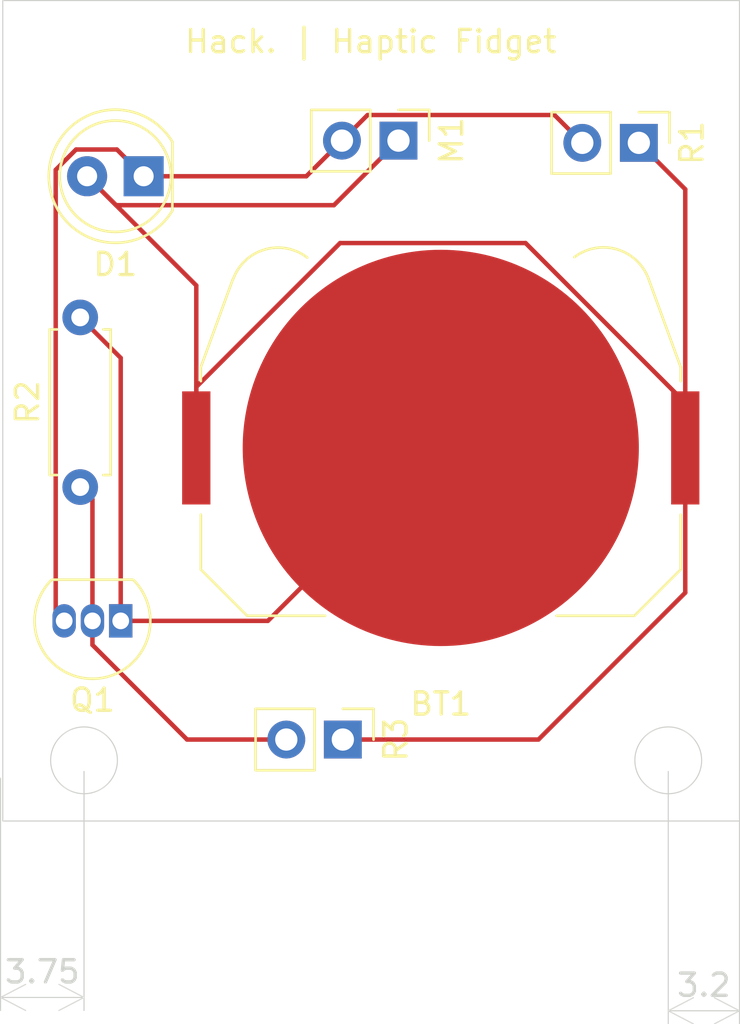
<source format=kicad_pcb>
(kicad_pcb (version 20241229) (generator "pcbnew") (generator_version "9.0")
  (layers (0 "F.Cu" signal) (2 "B.Cu" signal) (13 "F.Paste" user) (15 "B.Paste" user) (5 "F.SilkS" user "F.Silkscreen") (7 "B.SilkS" user "B.Silkscreen") (1 "F.Mask" user) (3 "B.Mask" user) (25 "Edge.Cuts" user))
  (net 0 "")
  (net 1 "Net-(BT1--)")
  (net 2 "Net-(BT1-+)")
  (net 3 "Net-(Q1-B)")
  (net 4 "Net-(D1-K)")
  (footprint "Connector_PinHeader_2.54mm:PinHeader_1x02_P2.54mm_Vertical" (layer "F.Cu") (at 71.779037 73.316417 -90)
    (property "Reference" "R3" (at 0 -2.38 90) (layer "F.SilkS"))
    (property "Value" "Pressure Variable Resistor")
    (fp_line (start -1.38 3.92) (end 1.38 3.92) (stroke (width 0.12)) (layer "F.SilkS"))
    (fp_line (start -1.38 1.27) (end -1.38 3.92) (stroke (width 0.12)) (layer "F.SilkS"))
    (fp_line (start -1.38 1.27) (end 1.38 1.27) (stroke (width 0.12)) (layer "F.SilkS"))
    (fp_line (start 1.38 1.27) (end 1.38 3.92) (stroke (width 0.12)) (layer "F.SilkS"))
    (fp_line (start -1.38 0) (end -1.38 -1.38) (stroke (width 0.12)) (layer "F.SilkS"))
    (fp_line (start -1.38 -1.38) (end 0 -1.38) (stroke (width 0.12)) (layer "F.SilkS"))
    (pad "1" thru_hole rect (at 0 0 270) (size 1.7 1.7) (drill 1) (layers "*.Cu" "*.Mask") (net 2 "Net-(BT1-+)"))
    (pad "2" thru_hole circle (at 0 2.54 270) (size 1.7 1.7) (drill 1) (layers "*.Cu" "*.Mask") (net 3 "Net-(Q1-B)"))
  )
  (footprint "Connector_PinHeader_2.54mm:PinHeader_1x02_P2.54mm_Vertical" (layer "F.Cu") (at 74.279037 46.416417 -90)
    (property "Reference" "M1" (at 0 -2.38 90) (layer "F.SilkS"))
    (property "Value" "Motor_DC")
    (fp_line (start -1.38 3.92) (end 1.38 3.92) (stroke (width 0.12)) (layer "F.SilkS"))
    (fp_line (start -1.38 1.27) (end -1.38 3.92) (stroke (width 0.12)) (layer "F.SilkS"))
    (fp_line (start -1.38 1.27) (end 1.38 1.27) (stroke (width 0.12)) (layer "F.SilkS"))
    (fp_line (start 1.38 1.27) (end 1.38 3.92) (stroke (width 0.12)) (layer "F.SilkS"))
    (fp_line (start -1.38 0) (end -1.38 -1.38) (stroke (width 0.12)) (layer "F.SilkS"))
    (fp_line (start -1.38 -1.38) (end 0 -1.38) (stroke (width 0.12)) (layer "F.SilkS"))
    (pad "1" thru_hole rect (at 0 0 270) (size 1.7 1.7) (drill 1) (layers "*.Cu" "*.Mask") (net 2 "Net-(BT1-+)"))
    (pad "2" thru_hole circle (at 0 2.54 270) (size 1.7 1.7) (drill 1) (layers "*.Cu" "*.Mask") (net 4 "Net-(D1-K)"))
  )
  (footprint "Package_TO_SOT_THT:TO-92_Inline" (layer "F.Cu") (at 61.799037 67.986417 180)
    (property "Reference" "Q1" (at 1.27 -3.56 0) (layer "F.SilkS"))
    (property "Value" "2N3904")
    (fp_line (start -0.53 1.85) (end 3.07 1.85) (stroke (width 0.12)) (layer "F.SilkS"))
    (fp_arc (start 1.27 -2.6) (mid 3.672087 -0.994977) (end 3.108478 1.838478) (stroke (width 0.12)) (layer "F.SilkS"))
    (fp_arc (start -0.568478 1.838478) (mid -1.132087 -0.994977) (end 1.27 -2.6) (stroke (width 0.12)) (layer "F.SilkS"))
    (pad "1" thru_hole rect (at 0 0 180) (size 1.05 1.5) (drill 0.75) (layers "*.Cu" "*.Mask") (net 1 "Net-(BT1--)"))
    (pad "2" thru_hole oval (at 1.27 0 180) (size 1.05 1.5) (drill 0.75) (layers "*.Cu" "*.Mask") (net 3 "Net-(Q1-B)"))
    (pad "3" thru_hole oval (at 2.54 0 180) (size 1.05 1.5) (drill 0.75) (layers "*.Cu" "*.Mask") (net 4 "Net-(D1-K)"))
  )
  (footprint "Connector_PinHeader_2.54mm:PinHeader_1x02_P2.54mm_Vertical" (layer "F.Cu") (at 85.079037 46.516417 -90)
    (property "Reference" "R1" (at 0 -2.38 90) (layer "F.SilkS"))
    (property "Value" "R")
    (fp_line (start -1.38 3.92) (end 1.38 3.92) (stroke (width 0.12)) (layer "F.SilkS"))
    (fp_line (start -1.38 1.27) (end -1.38 3.92) (stroke (width 0.12)) (layer "F.SilkS"))
    (fp_line (start -1.38 1.27) (end 1.38 1.27) (stroke (width 0.12)) (layer "F.SilkS"))
    (fp_line (start 1.38 1.27) (end 1.38 3.92) (stroke (width 0.12)) (layer "F.SilkS"))
    (fp_line (start -1.38 0) (end -1.38 -1.38) (stroke (width 0.12)) (layer "F.SilkS"))
    (fp_line (start -1.38 -1.38) (end 0 -1.38) (stroke (width 0.12)) (layer "F.SilkS"))
    (pad "1" thru_hole rect (at 0 0 270) (size 1.7 1.7) (drill 1) (layers "*.Cu" "*.Mask") (net 2 "Net-(BT1-+)"))
    (pad "2" thru_hole circle (at 0 2.54 270) (size 1.7 1.7) (drill 1) (layers "*.Cu" "*.Mask") (net 4 "Net-(D1-K)"))
  )
  (footprint "Resistor_THT:R_Axial_DIN0207_L6.3mm_D2.5mm_P7.62mm_Horizontal" (layer "F.Cu") (at 59.979037 61.976417 90)
    (property "Reference" "R2" (at 3.81 -2.37 90) (layer "F.SilkS"))
    (property "Value" "R")
    (fp_line (start 7.08 -1.37) (end 7.08 -1.04) (stroke (width 0.12)) (layer "F.SilkS"))
    (fp_line (start 0.54 -1.37) (end 7.08 -1.37) (stroke (width 0.12)) (layer "F.SilkS"))
    (fp_line (start 0.54 -1.04) (end 0.54 -1.37) (stroke (width 0.12)) (layer "F.SilkS"))
    (fp_line (start 0.54 1.04) (end 0.54 1.37) (stroke (width 0.12)) (layer "F.SilkS"))
    (fp_line (start 7.08 1.37) (end 7.08 1.04) (stroke (width 0.12)) (layer "F.SilkS"))
    (fp_line (start 0.54 1.37) (end 7.08 1.37) (stroke (width 0.12)) (layer "F.SilkS"))
    (pad "1" thru_hole circle (at 0 0 90) (size 1.6 1.6) (drill 0.8) (layers "*.Cu" "*.Mask") (net 3 "Net-(Q1-B)"))
    (pad "2" thru_hole circle (at 7.62 0 90) (size 1.6 1.6) (drill 0.8) (layers "*.Cu" "*.Mask") (net 1 "Net-(BT1--)"))
  )
  (footprint "LED_THT:LED_D5.0mm" (layer "F.Cu") (at 62.829037 48.016417 180)
    (property "Reference" "D1" (at 1.27 -3.96 0) (layer "F.SilkS"))
    (property "Value" "LED")
    (fp_line (start -1.29 -1.545) (end -1.29 1.545) (stroke (width 0.12)) (layer "F.SilkS"))
    (fp_arc (start 4.26 0) (mid 2.071779 2.880495) (end -1.29 1.54483) (stroke (width 0.12)) (layer "F.SilkS"))
    (fp_arc (start -1.29 -1.54483) (mid 2.071779 -2.880495) (end 4.26 0) (stroke (width 0.12)) (layer "F.SilkS"))
    (fp_circle (center 1.27 0) (end 3.77 0) (stroke (width 0.12)) (fill no) (layer "F.SilkS"))
    (pad "1" thru_hole rect (at 0 0 180) (size 1.8 1.8) (drill 0.9) (layers "*.Cu" "*.Mask") (net 4 "Net-(D1-K)"))
    (pad "2" thru_hole circle (at 2.54 0 180) (size 1.8 1.8) (drill 0.9) (layers "*.Cu" "*.Mask") (net 2 "Net-(BT1-+)"))
  )
  (footprint "Battery:BatteryHolder_Keystone_3034_1x20mm" (layer "F.Cu") (at 76.179037 60.218342 180)
    (property "Reference" "BT1" (at 0 -11.5 0) (layer "F.SilkS"))
    (property "Value" "Battery_Cell")
    (fp_line (start 10.78 3.63) (end 9.34 7.58) (stroke (width 0.12)) (layer "F.SilkS"))
    (fp_line (start 10.78 3) (end 10.78 3.63) (stroke (width 0.12)) (layer "F.SilkS"))
    (fp_line (start 10.78 -5.46) (end 10.78 -3) (stroke (width 0.12)) (layer "F.SilkS"))
    (fp_line (start 8.7 -7.54) (end 10.78 -5.46) (stroke (width 0.12)) (layer "F.SilkS"))
    (fp_line (start 8.7 -7.54) (end 5.2 -7.54) (stroke (width 0.12)) (layer "F.SilkS"))
    (fp_line (start -5.2 -7.54) (end -8.7 -7.54) (stroke (width 0.12)) (layer "F.SilkS"))
    (fp_line (start -8.7 -7.54) (end -10.78 -5.46) (stroke (width 0.12)) (layer "F.SilkS"))
    (fp_line (start -10.78 3.63) (end -9.34 7.58) (stroke (width 0.12)) (layer "F.SilkS"))
    (fp_line (start -10.78 3) (end -10.78 3.63) (stroke (width 0.12)) (layer "F.SilkS"))
    (fp_line (start -10.78 -5.46) (end -10.78 -3) (stroke (width 0.12)) (layer "F.SilkS"))
    (fp_arc (start 9.325243 7.588169) (mid 7.90634 8.911668) (end 6 8.55) (stroke (width 0.12)) (layer "F.SilkS"))
    (fp_arc (start -6.003354 8.56653) (mid -7.921654 8.918738) (end -9.34 7.58) (stroke (width 0.12)) (layer "F.SilkS"))
    (pad "1" smd rect (at -10.985 0 180) (size 1.27 5.08) (layers "F.Cu" "F.Mask" "F.Paste") (net 2 "Net-(BT1-+)"))
    (pad "1" smd rect (at 10.985 0 180) (size 1.27 5.08) (layers "F.Cu" "F.Mask" "F.Paste") (net 2 "Net-(BT1-+)"))
    (pad "2" smd circle (at 0 0 180) (size 17.8 17.8) (layers "F.Cu" "F.Mask") (net 1 "Net-(BT1--)"))
  )
  (gr_circle (center 60.15 74.25) (end 61.65 74.25) (stroke (width 0.05)) (fill no) (layer "Edge.Cuts"))
  (gr_circle (center 86.4 74.25) (end 87.9 74.25) (stroke (width 0.05)) (fill no) (layer "Edge.Cuts"))
  (gr_rect (start 56.5 40.125) (end 89.6 76.975) (stroke (width 0.05)) (fill no) (layer "Edge.Cuts"))
  (gr_text "Hack. | Haptic Fidget" (at 64.6 42.55 0) (layer "F.SilkS") (effects (font (size 1 1)) (justify left bottom)))
  (dimension (type orthogonal) (layer "Edge.Cuts") (pts (xy 60.15 74.25) (xy 56.4 74.55)) (height 10.65) (orientation 0) (format (prefix "") (suffix "") (units 3) (units_format 0) (precision 4) (suppress_zeroes yes)) (style (thickness 0.05) (arrow_length 1.27) (text_position_mode 0) (arrow_direction outward) (extension_height 0.58642) (extension_offset 0.5) (keep_text_aligned yes)) (gr_text "3.75" (at 58.275 83.75 0) (layer "Edge.Cuts") (effects (font (size 1 1) (thickness 0.15)))))
  (dimension (type orthogonal) (layer "Edge.Cuts") (pts (xy 86.4 74.25) (xy 89.6 74.25)) (height 11.25) (orientation 0) (format (prefix "") (suffix "") (units 3) (units_format 0) (precision 4) (suppress_zeroes yes)) (style (thickness 0.05) (arrow_length 1.27) (text_position_mode 0) (arrow_direction outward) (extension_height 0.58642) (extension_offset 0.5) (keep_text_aligned yes)) (gr_text "3.2" (at 88 84.35 0) (layer "Edge.Cuts") (effects (font (size 1 1) (thickness 0.15)))))
  (segment (start 68.410962 67.986417) (end 76.179037 60.218342) (width 0.2) (layer "F.Cu") (net 1))
  (segment (start 59.979037 54.356417) (end 61.799037 56.176417) (width 0.2) (layer "F.Cu") (net 1))
  (segment (start 61.799037 67.986417) (end 68.410962 67.986417) (width 0.2) (layer "F.Cu") (net 1))
  (segment (start 61.799037 56.176417) (end 61.799037 67.986417) (width 0.2) (layer "F.Cu") (net 1))
  (segment (start 65.194037 52.921417) (end 60.289037 48.016417) (width 0.2) (layer "F.Cu") (net 2))
  (segment (start 61.589037 49.316417) (end 60.289037 48.016417) (width 0.2) (layer "F.Cu") (net 2))
  (segment (start 71.655037 51.017342) (end 79.990216 51.017342) (width 0.2) (layer "F.Cu") (net 2))
  (segment (start 87.164037 48.601417) (end 87.164037 60.218342) (width 0.2) (layer "F.Cu") (net 2))
  (segment (start 65.194037 60.218342) (end 65.194037 57.478342) (width 0.2) (layer "F.Cu") (net 2))
  (segment (start 85.079037 46.516417) (end 87.164037 48.601417) (width 0.2) (layer "F.Cu") (net 2))
  (segment (start 87.164037 66.721417) (end 80.569037 73.316417) (width 0.2) (layer "F.Cu") (net 2))
  (segment (start 74.279037 46.416417) (end 71.379037 49.316417) (width 0.2) (layer "F.Cu") (net 2))
  (segment (start 87.164037 60.218342) (end 87.164037 66.721417) (width 0.2) (layer "F.Cu") (net 2))
  (segment (start 87.164037 58.191163) (end 87.164037 60.218342) (width 0.2) (layer "F.Cu") (net 2))
  (segment (start 65.194037 57.478342) (end 71.655037 51.017342) (width 0.2) (layer "F.Cu") (net 2))
  (segment (start 79.990216 51.017342) (end 87.164037 58.191163) (width 0.2) (layer "F.Cu") (net 2))
  (segment (start 71.379037 49.316417) (end 61.589037 49.316417) (width 0.2) (layer "F.Cu") (net 2))
  (segment (start 80.569037 73.316417) (end 71.779037 73.316417) (width 0.2) (layer "F.Cu") (net 2))
  (segment (start 65.194037 60.218342) (end 65.194037 52.921417) (width 0.2) (layer "F.Cu") (net 2))
  (segment (start 64.779037 73.316417) (end 60.529037 69.066417) (width 0.2) (layer "F.Cu") (net 3))
  (segment (start 60.529037 69.066417) (end 60.529037 67.986417) (width 0.2) (layer "F.Cu") (net 3))
  (segment (start 69.239037 73.316417) (end 64.779037 73.316417) (width 0.2) (layer "F.Cu") (net 3))
  (segment (start 60.529037 62.526417) (end 59.979037 61.976417) (width 0.2) (layer "F.Cu") (net 3))
  (segment (start 60.529037 67.986417) (end 60.529037 62.526417) (width 0.2) (layer "F.Cu") (net 3))
  (segment (start 58.878037 67.605417) (end 58.878037 47.728946) (width 0.2) (layer "F.Cu") (net 4))
  (segment (start 71.739037 46.416417) (end 70.139037 48.016417) (width 0.2) (layer "F.Cu") (net 4))
  (segment (start 58.878037 47.728946) (end 59.791566 46.815417) (width 0.2) (layer "F.Cu") (net 4))
  (segment (start 82.539037 46.516417) (end 81.288037 45.265417) (width 0.2) (layer "F.Cu") (net 4))
  (segment (start 59.791566 46.815417) (end 61.628037 46.815417) (width 0.2) (layer "F.Cu") (net 4))
  (segment (start 61.628037 46.815417) (end 62.829037 48.016417) (width 0.2) (layer "F.Cu") (net 4))
  (segment (start 59.259037 67.986417) (end 58.878037 67.605417) (width 0.2) (layer "F.Cu") (net 4))
  (segment (start 70.139037 48.016417) (end 62.829037 48.016417) (width 0.2) (layer "F.Cu") (net 4))
  (segment (start 72.890037 45.265417) (end 71.739037 46.416417) (width 0.2) (layer "F.Cu") (net 4))
  (segment (start 81.288037 45.265417) (end 72.890037 45.265417) (width 0.2) (layer "F.Cu") (net 4))
)
</source>
